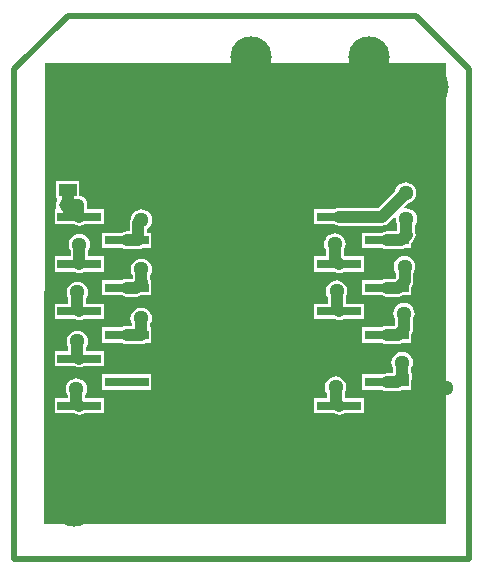
<source format=gbl>
G04 Layer_Physical_Order=2*
G04 Layer_Color=16711680*
%FSLAX44Y44*%
%MOMM*%
G71*
G01*
G75*
%ADD15C,1.0000*%
%ADD16C,0.5000*%
%ADD19C,3.5000*%
%ADD20C,1.3000*%
%ADD21C,1.0000*%
%ADD22R,1.5000X1.0000*%
%ADD23R,3.7000X0.8000*%
G36*
X615000Y670000D02*
Y280000D01*
X276119Y280000D01*
X275222Y280899D01*
X275961Y670000D01*
X615000Y670000D01*
D02*
G37*
%LPC*%
G36*
X303250Y443578D02*
X300900Y443268D01*
X298711Y442361D01*
X296831Y440919D01*
X295389Y439039D01*
X294482Y436850D01*
X294172Y434500D01*
X294482Y432150D01*
X295389Y429961D01*
X295685Y429575D01*
Y426500D01*
X284000D01*
Y413500D01*
X301151D01*
X301218Y413449D01*
X303042Y412693D01*
X305000Y412435D01*
X306958Y412693D01*
X308782Y413449D01*
X308849Y413500D01*
X326000D01*
Y426500D01*
X310815D01*
Y429575D01*
X311111Y429961D01*
X312018Y432150D01*
X312328Y434500D01*
X312018Y436850D01*
X311111Y439039D01*
X309669Y440919D01*
X307789Y442361D01*
X305599Y443268D01*
X303250Y443578D01*
D02*
G37*
G36*
X357250Y463078D02*
X354901Y462768D01*
X352711Y461861D01*
X350831Y460419D01*
X349389Y458539D01*
X348482Y456349D01*
X348172Y454000D01*
X348482Y451651D01*
X349389Y449461D01*
X349685Y449074D01*
Y447565D01*
X345000D01*
X343042Y447307D01*
X341218Y446551D01*
X341151Y446500D01*
X324000D01*
Y433500D01*
X341151D01*
X341218Y433449D01*
X343042Y432693D01*
X345000Y432435D01*
X357250D01*
X359208Y432693D01*
X361032Y433449D01*
X361099Y433500D01*
X366000D01*
Y446500D01*
X364815D01*
Y449074D01*
X365112Y449461D01*
X366018Y451651D01*
X366328Y454000D01*
X366018Y456349D01*
X365112Y458539D01*
X363669Y460419D01*
X361789Y461861D01*
X359599Y462768D01*
X357250Y463078D01*
D02*
G37*
G36*
X579750Y467078D02*
X577401Y466768D01*
X575211Y465862D01*
X573331Y464419D01*
X571889Y462539D01*
X570982Y460350D01*
X570672Y458000D01*
X570982Y455650D01*
X571889Y453461D01*
X572185Y453074D01*
Y448383D01*
X571367Y447565D01*
X565000D01*
X563042Y447307D01*
X561218Y446551D01*
X561151Y446500D01*
X544000D01*
Y433500D01*
X561151D01*
X561218Y433449D01*
X563042Y432693D01*
X565000Y432435D01*
X574500D01*
X576458Y432693D01*
X578282Y433449D01*
X578349Y433500D01*
X586000D01*
Y441075D01*
X586301Y441468D01*
X587057Y443292D01*
X587315Y445250D01*
Y453074D01*
X587611Y453461D01*
X588518Y455650D01*
X588828Y458000D01*
X588518Y460350D01*
X587611Y462539D01*
X586169Y464419D01*
X584289Y465862D01*
X582099Y466768D01*
X579750Y467078D01*
D02*
G37*
G36*
X366000Y406500D02*
X324000D01*
Y393500D01*
X366000D01*
Y406500D01*
D02*
G37*
G36*
X302500Y403328D02*
X300151Y403018D01*
X297961Y402112D01*
X296081Y400669D01*
X294639Y398789D01*
X293732Y396600D01*
X293422Y394250D01*
X293732Y391900D01*
X294639Y389711D01*
X294935Y389324D01*
Y386500D01*
X284000D01*
Y373500D01*
X301151D01*
X301218Y373449D01*
X303042Y372693D01*
X305000Y372435D01*
X306958Y372693D01*
X308782Y373449D01*
X308849Y373500D01*
X326000D01*
Y386500D01*
X310065D01*
Y389324D01*
X310361Y389711D01*
X311268Y391900D01*
X311578Y394250D01*
X311268Y396600D01*
X310361Y398789D01*
X308919Y400669D01*
X307039Y402112D01*
X304849Y403018D01*
X302500Y403328D01*
D02*
G37*
G36*
X522000Y404828D02*
X519650Y404518D01*
X517461Y403611D01*
X515581Y402169D01*
X514138Y400289D01*
X513232Y398100D01*
X512922Y395750D01*
X513232Y393400D01*
X514138Y391211D01*
X514435Y390825D01*
Y386500D01*
X504000D01*
Y373500D01*
X521151D01*
X521218Y373449D01*
X523042Y372693D01*
X525000Y372435D01*
X526958Y372693D01*
X528782Y373449D01*
X528849Y373500D01*
X546000D01*
Y386500D01*
X529565D01*
Y390825D01*
X529861Y391211D01*
X530768Y393400D01*
X531078Y395750D01*
X530768Y398100D01*
X529861Y400289D01*
X528419Y402169D01*
X526539Y403611D01*
X524350Y404518D01*
X522000Y404828D01*
D02*
G37*
G36*
X578250Y425578D02*
X575900Y425268D01*
X573711Y424361D01*
X571831Y422919D01*
X570388Y421039D01*
X569482Y418849D01*
X569172Y416500D01*
X569482Y414151D01*
X570388Y411961D01*
X570685Y411574D01*
Y407565D01*
X565000D01*
X563042Y407307D01*
X561218Y406551D01*
X561151Y406500D01*
X544000D01*
Y393500D01*
X561151D01*
X561218Y393449D01*
X563042Y392693D01*
X565000Y392435D01*
X574250D01*
X576208Y392693D01*
X578032Y393449D01*
X578099Y393500D01*
X586000D01*
Y401698D01*
X586557Y403042D01*
X586815Y405000D01*
X586557Y406958D01*
X585815Y408750D01*
Y411574D01*
X586111Y411961D01*
X587018Y414151D01*
X587328Y416500D01*
X587018Y418849D01*
X586111Y421039D01*
X584669Y422919D01*
X582789Y424361D01*
X580600Y425268D01*
X578250Y425578D01*
D02*
G37*
G36*
X303250Y485078D02*
X300900Y484768D01*
X298711Y483861D01*
X296831Y482419D01*
X295389Y480539D01*
X294482Y478349D01*
X294172Y476000D01*
X294482Y473651D01*
X295389Y471461D01*
X295685Y471074D01*
Y466500D01*
X284000D01*
Y453500D01*
X301151D01*
X301218Y453449D01*
X303042Y452693D01*
X305000Y452435D01*
X306958Y452693D01*
X308782Y453449D01*
X308849Y453500D01*
X326000D01*
Y466500D01*
X310815D01*
Y471074D01*
X311111Y471461D01*
X312018Y473651D01*
X312328Y476000D01*
X312018Y478349D01*
X311111Y480539D01*
X309669Y482419D01*
X307789Y483861D01*
X305599Y484768D01*
X303250Y485078D01*
D02*
G37*
G36*
X357500Y546328D02*
X355150Y546018D01*
X352961Y545112D01*
X351081Y543669D01*
X349638Y541789D01*
X348732Y539599D01*
X348621Y538756D01*
X348449Y538532D01*
X347693Y536708D01*
X347435Y534750D01*
Y527565D01*
X345000D01*
X343042Y527307D01*
X341218Y526551D01*
X341151Y526500D01*
X324000D01*
Y513500D01*
X341151D01*
X341218Y513449D01*
X343042Y512693D01*
X345000Y512435D01*
X355000D01*
X356958Y512693D01*
X358782Y513449D01*
X358849Y513500D01*
X366000D01*
Y526500D01*
X362565D01*
Y529792D01*
X363919Y530831D01*
X365361Y532711D01*
X366268Y534901D01*
X366578Y537250D01*
X366268Y539599D01*
X365361Y541789D01*
X363919Y543669D01*
X362039Y545112D01*
X359850Y546018D01*
X357500Y546328D01*
D02*
G37*
G36*
X305000Y525578D02*
X302651Y525268D01*
X300461Y524361D01*
X298581Y522919D01*
X297139Y521039D01*
X296232Y518849D01*
X295922Y516500D01*
X296232Y514151D01*
X297139Y511961D01*
X297435Y511574D01*
Y506500D01*
X284000D01*
Y493500D01*
X301151D01*
X301218Y493449D01*
X303042Y492693D01*
X305000Y492435D01*
X306958Y492693D01*
X308782Y493449D01*
X308849Y493500D01*
X326000D01*
Y506500D01*
X312565D01*
Y511574D01*
X312861Y511961D01*
X313768Y514151D01*
X314078Y516500D01*
X313768Y518849D01*
X312861Y521039D01*
X311419Y522919D01*
X309539Y524361D01*
X307349Y525268D01*
X305000Y525578D01*
D02*
G37*
G36*
X295000Y570565D02*
X294508Y570500D01*
X285000D01*
Y555500D01*
X285666D01*
X286292Y554230D01*
X285949Y553782D01*
X285193Y551958D01*
X284935Y550000D01*
X285193Y548042D01*
X285394Y547556D01*
X284689Y546500D01*
X284000D01*
Y533500D01*
X301151D01*
X301218Y533449D01*
X303042Y532693D01*
X305000Y532435D01*
X306958Y532693D01*
X308782Y533449D01*
X308849Y533500D01*
X326000D01*
Y546500D01*
X311565D01*
Y550250D01*
X311307Y552208D01*
X310551Y554032D01*
X309349Y555599D01*
X307782Y556801D01*
X305958Y557557D01*
X305000Y557683D01*
Y570500D01*
X295492D01*
X295000Y570565D01*
D02*
G37*
G36*
X581250Y569328D02*
X578900Y569018D01*
X576711Y568111D01*
X574831Y566669D01*
X573388Y564789D01*
X572482Y562599D01*
X572418Y562116D01*
X557867Y547565D01*
X525000D01*
X523042Y547307D01*
X521218Y546551D01*
X521151Y546500D01*
X504000D01*
Y533500D01*
X521151D01*
X521218Y533449D01*
X523042Y532693D01*
X525000Y532435D01*
X561000D01*
X562958Y532693D01*
X564782Y533449D01*
X566349Y534651D01*
X571610Y539912D01*
X572813Y539319D01*
X572672Y538250D01*
X572982Y535900D01*
X573889Y533711D01*
X574185Y533325D01*
Y527633D01*
X574117Y527565D01*
X565000D01*
X563042Y527307D01*
X561218Y526551D01*
X561151Y526500D01*
X544000D01*
Y513500D01*
X561151D01*
X561218Y513449D01*
X563042Y512693D01*
X565000Y512435D01*
X577250D01*
X579208Y512693D01*
X581032Y513449D01*
X581099Y513500D01*
X586000D01*
Y518052D01*
X587349Y519401D01*
X587349Y519401D01*
X588551Y520968D01*
X589307Y522792D01*
X589565Y524750D01*
X589315Y526649D01*
Y533325D01*
X589611Y533711D01*
X590518Y535900D01*
X590828Y538250D01*
X590518Y540600D01*
X589611Y542789D01*
X588169Y544669D01*
X586289Y546111D01*
X584100Y547018D01*
X581750Y547328D01*
X580681Y547187D01*
X580088Y548390D01*
X583116Y551418D01*
X583600Y551482D01*
X585789Y552389D01*
X587669Y553831D01*
X589111Y555711D01*
X590018Y557901D01*
X590328Y560250D01*
X590018Y562599D01*
X589111Y564789D01*
X587669Y566669D01*
X585789Y568111D01*
X583600Y569018D01*
X581250Y569328D01*
D02*
G37*
G36*
X357500Y504578D02*
X355150Y504268D01*
X352961Y503362D01*
X351081Y501919D01*
X349638Y500039D01*
X348732Y497850D01*
X348422Y495500D01*
X348732Y493150D01*
X349638Y490961D01*
X349935Y490574D01*
Y487565D01*
X345000D01*
X343042Y487307D01*
X341218Y486551D01*
X341151Y486500D01*
X324000D01*
Y473500D01*
X341151D01*
X341218Y473449D01*
X343042Y472693D01*
X345000Y472435D01*
X353250D01*
X355208Y472693D01*
X357032Y473449D01*
X357099Y473500D01*
X366000D01*
Y486500D01*
X365334D01*
X365307Y486708D01*
X365065Y487293D01*
Y490574D01*
X365361Y490961D01*
X366268Y493150D01*
X366578Y495500D01*
X366268Y497850D01*
X365361Y500039D01*
X363919Y501919D01*
X362039Y503362D01*
X359850Y504268D01*
X357500Y504578D01*
D02*
G37*
G36*
X522750Y486078D02*
X520401Y485768D01*
X518211Y484861D01*
X516331Y483419D01*
X514889Y481539D01*
X513982Y479350D01*
X513672Y477000D01*
X513982Y474650D01*
X514889Y472461D01*
X515185Y472074D01*
Y466500D01*
X504000D01*
Y453500D01*
X521151D01*
X521218Y453449D01*
X523042Y452693D01*
X525000Y452435D01*
X526958Y452693D01*
X528782Y453449D01*
X528849Y453500D01*
X546000D01*
Y466500D01*
X530315D01*
Y472074D01*
X530611Y472461D01*
X531518Y474650D01*
X531828Y477000D01*
X531518Y479350D01*
X530611Y481539D01*
X529169Y483419D01*
X527289Y484861D01*
X525099Y485768D01*
X522750Y486078D01*
D02*
G37*
G36*
X521250Y526078D02*
X518900Y525768D01*
X516711Y524861D01*
X514831Y523419D01*
X513389Y521539D01*
X512482Y519350D01*
X512172Y517000D01*
X512482Y514650D01*
X513389Y512461D01*
X513685Y512075D01*
Y506500D01*
X504000D01*
Y493500D01*
X521151D01*
X521218Y493449D01*
X523042Y492693D01*
X525000Y492435D01*
X526958Y492693D01*
X528782Y493449D01*
X528849Y493500D01*
X546000D01*
Y506500D01*
X529198D01*
X528815Y506883D01*
Y512075D01*
X529112Y512461D01*
X530018Y514650D01*
X530328Y517000D01*
X530018Y519350D01*
X529112Y521539D01*
X527669Y523419D01*
X525789Y524861D01*
X523600Y525768D01*
X521250Y526078D01*
D02*
G37*
G36*
X580250Y506828D02*
X577901Y506518D01*
X575711Y505611D01*
X573831Y504169D01*
X572388Y502289D01*
X571482Y500099D01*
X571172Y497750D01*
X571482Y495401D01*
X572388Y493211D01*
X572685Y492825D01*
Y488383D01*
X571867Y487565D01*
X565000D01*
X563042Y487307D01*
X561218Y486551D01*
X561151Y486500D01*
X544000D01*
Y473500D01*
X561151D01*
X561218Y473449D01*
X563042Y472693D01*
X565000Y472435D01*
X575000D01*
X576958Y472693D01*
X578782Y473449D01*
X578849Y473500D01*
X586000D01*
Y480423D01*
X586801Y481468D01*
X587557Y483292D01*
X587815Y485250D01*
Y492825D01*
X588111Y493211D01*
X589018Y495401D01*
X589328Y497750D01*
X589018Y500099D01*
X588111Y502289D01*
X586669Y504169D01*
X584789Y505611D01*
X582599Y506518D01*
X580250Y506828D01*
D02*
G37*
%LPD*%
D15*
X295000Y546750D02*
X298500Y550250D01*
X295000Y546750D02*
Y563000D01*
X357250Y440000D02*
Y454000D01*
X355000Y520000D02*
Y534750D01*
X304000Y541000D02*
X305000Y540000D01*
X304000Y541000D02*
Y550250D01*
X303250Y421750D02*
X305000Y420000D01*
X303250Y421750D02*
Y434500D01*
X565000Y480000D02*
X575000D01*
X580250Y485250D01*
X565000Y520000D02*
X577250D01*
X581750Y525000D02*
Y538250D01*
X345000Y480000D02*
X353250D01*
X358000Y484750D01*
X565000Y400000D02*
X574250D01*
X579250Y405000D01*
X522750Y462250D02*
Y477000D01*
Y462250D02*
X525000Y460000D01*
X305000Y500000D02*
Y516500D01*
X345000Y440000D02*
X357250D01*
X522000Y383000D02*
X525000Y380000D01*
X522000Y383000D02*
Y395750D01*
X565000Y440000D02*
X574500D01*
X579750Y445250D01*
X521250Y503750D02*
X525000Y500000D01*
X521250Y503750D02*
Y517000D01*
X525000Y540000D02*
X561000D01*
X345000Y520000D02*
X355000D01*
X303250Y461750D02*
X305000Y460000D01*
X303250Y461750D02*
Y476000D01*
X302500Y382500D02*
X305000Y380000D01*
X302500Y382500D02*
Y394250D01*
X523750Y421250D02*
X525000Y420000D01*
X523750Y421250D02*
Y436250D01*
X357500Y485250D02*
Y495500D01*
Y485250D02*
X358000Y484750D01*
X355000Y534750D02*
X357500Y537250D01*
X298500Y550250D02*
X304000D01*
X578250Y406000D02*
Y416500D01*
Y406000D02*
X579250Y405000D01*
X579750Y445250D02*
Y458000D01*
X580250Y485250D02*
Y497750D01*
X581750Y525000D02*
X582000Y524750D01*
X577250Y520000D02*
X582000Y524750D01*
X561000Y540000D02*
X581250Y560250D01*
D16*
X250000Y250000D02*
Y665000D01*
X295000Y710000D01*
X590000D01*
X635000Y665000D01*
Y250000D02*
Y665000D01*
X250000Y250000D02*
X635000D01*
D19*
X450000Y675000D02*
D03*
X550000D02*
D03*
X300000Y650000D02*
D03*
X600000D02*
D03*
X300000Y295000D02*
D03*
D20*
X299750Y362000D02*
D03*
X299500Y338500D02*
D03*
X302500Y394250D02*
D03*
X303250Y434500D02*
D03*
X357250Y454000D02*
D03*
X303250Y476000D02*
D03*
X357500Y495500D02*
D03*
Y537250D02*
D03*
X579750Y590500D02*
D03*
X356500Y570000D02*
D03*
X288000Y594250D02*
D03*
X523750Y363000D02*
D03*
X522000Y395750D02*
D03*
X578250Y416500D02*
D03*
X523750Y436250D02*
D03*
X579750Y458000D02*
D03*
X522750Y477000D02*
D03*
X580250Y497750D02*
D03*
X521250Y517000D02*
D03*
X581750Y538250D02*
D03*
X581250Y560250D02*
D03*
X305000Y516500D02*
D03*
X615000Y395000D02*
D03*
X578000Y330000D02*
D03*
D21*
X304000Y550250D02*
D03*
X292500Y550000D02*
D03*
D22*
X295000Y563000D02*
D03*
Y584000D02*
D03*
D23*
X305000Y540000D02*
D03*
X345000Y520000D02*
D03*
X305000Y500000D02*
D03*
X345000Y480000D02*
D03*
X305000Y460000D02*
D03*
X345000Y440000D02*
D03*
X305000Y420000D02*
D03*
X345000Y400000D02*
D03*
X305000Y380000D02*
D03*
X345000Y360000D02*
D03*
X565000D02*
D03*
X525000Y380000D02*
D03*
X565000Y400000D02*
D03*
X525000Y420000D02*
D03*
X565000Y440000D02*
D03*
X525000Y460000D02*
D03*
X565000Y480000D02*
D03*
X525000Y500000D02*
D03*
X565000Y520000D02*
D03*
X525000Y540000D02*
D03*
M02*

</source>
